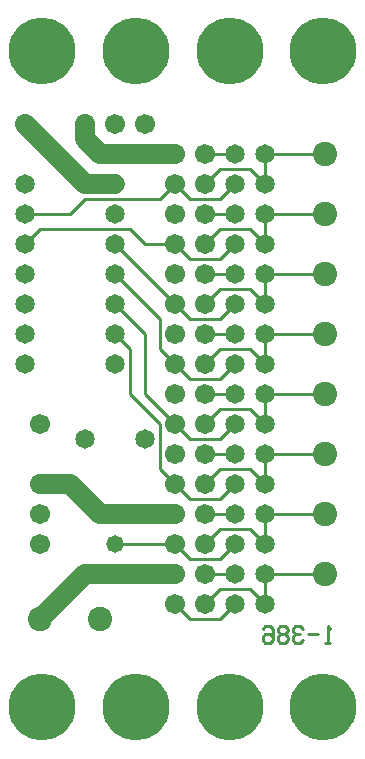
<source format=gbl>
%MOIN*%
%FSLAX25Y25*%
G04 D10 used for Character Trace; *
G04     Circle (OD=.01000) (No hole)*
G04 D11 used for Power Trace; *
G04     Circle (OD=.06700) (No hole)*
G04 D12 used for Signal Trace; *
G04     Circle (OD=.01100) (No hole)*
G04 D13 used for Via; *
G04     Circle (OD=.05800) (Round. Hole ID=.02800)*
G04 D14 used for Component hole; *
G04     Circle (OD=.06500) (Round. Hole ID=.03500)*
G04 D15 used for Component hole; *
G04     Circle (OD=.06700) (Round. Hole ID=.04300)*
G04 D16 used for Component hole; *
G04     Circle (OD=.08100) (Round. Hole ID=.05100)*
G04 D17 used for Component hole; *
G04     Circle (OD=.08900) (Round. Hole ID=.05900)*
G04 D18 used for Component hole; *
G04     Circle (OD=.11300) (Round. Hole ID=.08300)*
G04 D19 used for Component hole; *
G04     Circle (OD=.16000) (Round. Hole ID=.13000)*
G04 D20 used for Component hole; *
G04     Circle (OD=.18300) (Round. Hole ID=.15300)*
G04 D21 used for Component hole; *
G04     Circle (OD=.22291) (Round. Hole ID=.19291)*
%ADD10C,.01000*%
%ADD11C,.06700*%
%ADD12C,.01100*%
%ADD13C,.05800*%
%ADD14C,.06500*%
%ADD15C,.06700*%
%ADD16C,.08100*%
%ADD17C,.08900*%
%ADD18C,.11300*%
%ADD19C,.16000*%
%ADD20C,.18300*%
%ADD21C,.22291*%
%IPPOS*%
%LPD*%
G90*X0Y0D02*D21*X15625Y15625D03*D16*              
X35000Y45000D03*X15000D03*D11*X30000Y60000D01*    
X60000D01*D15*D03*D12*X65000Y65000D02*X75000D01*  
X80000Y70000D01*D14*D03*D12*X90000D02*            
X85000Y75000D01*D14*X90000Y70000D03*D12*Y80000D01*
D14*D03*D12*X110000D01*D16*D03*D14*               
X90000Y100000D03*D12*Y90000D01*D14*D03*D12*       
X85000Y95000D01*X75000D01*X70000Y90000D01*D15*D03*
D12*X65000Y85000D02*X75000D01*X65000D02*          
X60000Y90000D01*D15*D03*D12*X55000Y95000D01*      
Y110000D01*X45000Y120000D01*Y135000D01*           
X40000Y140000D01*D14*D03*D12*X50000Y120000D02*    
Y140000D01*X60000Y110000D02*X50000Y120000D01*D15* 
X60000Y110000D03*D12*X65000Y105000D01*X75000D01*  
X80000Y110000D01*D14*D03*D12*X90000D02*           
X85000Y115000D01*D14*X90000Y110000D03*D12*        
Y120000D01*D14*D03*D12*X110000D01*D16*D03*D14*    
X90000Y140000D03*D12*Y130000D01*D14*D03*D12*      
X85000Y135000D01*X75000D01*X70000Y130000D01*D15*  
D03*D12*X65000Y125000D02*X75000D01*X65000D02*     
X60000Y130000D01*D15*D03*D12*X55000Y135000D01*    
Y145000D01*X40000Y160000D01*D14*D03*D12*          
X50000Y170000D02*X60000D01*D15*D03*D12*           
X65000Y165000D01*X75000D01*X80000Y170000D01*D14*  
D03*D12*X90000D02*X85000Y175000D01*D14*           
X90000Y170000D03*D12*Y180000D01*D14*D03*D12*      
X110000D01*D16*D03*D14*X90000Y200000D03*D12*      
Y190000D01*D14*D03*D12*X85000Y195000D01*X75000D01*
X70000Y190000D01*D15*D03*D12*X65000Y185000D02*    
X75000D01*X65000D02*X60000Y190000D01*D15*D03*D12* 
X55000Y185000D01*X30000D01*X25000Y180000D01*      
X10000D01*D14*D03*D12*Y170000D02*X15000Y175000D01*
D14*X10000Y170000D03*D12*X15000Y175000D02*        
X45000D01*X50000Y170000D01*D15*X60000Y160000D03*  
Y180000D03*D14*X40000D03*Y170000D03*D12*          
X60000Y150000D01*D15*D03*D12*X65000Y145000D01*    
X75000D01*X80000Y150000D01*D14*D03*D12*X90000D02* 
X85000Y155000D01*D14*X90000Y150000D03*D12*        
Y160000D01*D14*D03*D12*X110000D01*D16*D03*D12*    
X90000Y140000D02*X110000D01*D16*D03*D12*          
X75000Y115000D02*X85000D01*X70000Y110000D02*      
X75000Y115000D01*D15*X70000Y110000D03*D14*        
X80000Y100000D03*D12*X70000D01*D15*D03*D14*       
X80000Y90000D03*D12*X75000Y85000D01*D14*          
X80000Y80000D03*D12*X70000D01*D15*D03*D12*        
Y70000D02*X75000Y75000D01*D15*X70000Y70000D03*D12*
X75000Y75000D02*X85000D01*D15*X70000Y60000D03*D12*
X80000D01*D14*D03*D12*X90000Y50000D02*            
X85000Y55000D01*D14*X90000Y50000D03*D12*Y60000D01*
D14*D03*D12*X110000D01*D16*D03*D10*               
X111674Y41914D02*X110837Y42871D01*Y37129D01*      
X111674D02*X110000D01*X107511Y40000D02*X104163D01*
X102511Y41914D02*X101674Y42871D01*X100000D01*     
X99163Y41914D01*Y40957D01*X100000Y40000D01*       
X101674D01*X100000D02*X99163Y39043D01*Y38086D01*  
X100000Y37129D01*X101674D01*X102511Y38086D01*     
X96674Y40000D02*X97511Y40957D01*Y41914D01*        
X96674Y42871D01*X95000D01*X94163Y41914D01*        
Y40957D01*X95000Y40000D01*X96674D01*              
X97511Y39043D01*Y38086D01*X96674Y37129D01*        
X95000D01*X94163Y38086D01*Y39043D01*              
X95000Y40000D01*X89163Y41914D02*X90000Y42871D01*  
X91674D01*X92511Y41914D01*Y38086D01*              
X91674Y37129D01*X90000D01*X89163Y38086D01*        
Y39043D01*X90000Y40000D01*X91674D01*              
X92511Y39043D01*D12*X75000Y55000D02*X85000D01*    
X70000Y50000D02*X75000Y55000D01*D15*              
X70000Y50000D03*D12*X65000Y45000D02*X75000D01*    
X65000D02*X60000Y50000D01*D15*D03*D12*            
X75000Y45000D02*X80000Y50000D01*D14*D03*D12*      
X65000Y65000D02*X60000Y70000D01*D15*D03*D12*      
X40000D01*D13*D03*D11*X35000Y80000D02*X60000D01*  
D15*D03*Y100000D03*D11*X35000Y80000D02*           
X25000Y90000D01*X15000D01*D15*D03*Y80000D03*D14*  
X30000Y105000D03*D15*X15000Y110000D03*Y70000D03*  
D14*X50000Y105000D03*X40000Y130000D03*X10000D03*  
D15*X60000Y120000D03*Y140000D03*D12*X50000D02*    
X40000Y150000D01*D14*D03*D15*X70000Y120000D03*D12*
X80000D01*D14*D03*D12*X75000Y125000D02*           
X80000Y130000D01*D14*D03*D15*X70000Y140000D03*D12*
X80000D01*D14*D03*D15*X70000Y150000D03*D12*       
X75000Y155000D01*X85000D01*D14*X80000Y160000D03*  
D12*X70000D01*D15*D03*Y170000D03*D12*             
X75000Y175000D01*X85000D01*D14*X80000Y180000D03*  
D12*X70000D01*D15*D03*D12*X75000Y185000D02*       
X80000Y190000D01*D14*D03*D12*X90000Y200000D02*    
X110000D01*D16*D03*D14*X80000D03*D12*X70000D01*   
D15*D03*X60000D03*D11*X35000D01*X30000Y205000D01* 
Y210000D01*D15*D03*X40000D03*D14*X10000Y190000D03*
D15*X50000Y210000D03*X10000D03*D11*               
X30000Y190000D01*X40000D01*D14*D03*               
X10000Y160000D03*Y150000D03*D21*X78125Y234375D03* 
X46875D03*X15625D03*D14*X10000Y140000D03*D21*     
X109375Y234375D03*D12*X90000Y100000D02*X110000D01*
D16*D03*D21*X46875Y15625D03*X78125D03*X109375D03* 
M02*                                              

</source>
